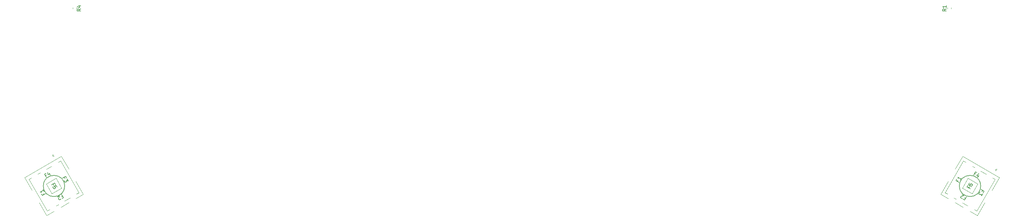
<source format=gbr>
G04 #@! TF.GenerationSoftware,KiCad,Pcbnew,(5.1.6)-1*
G04 #@! TF.CreationDate,2020-09-26T10:30:12+08:00*
G04 #@! TF.ProjectId,Cantaloupe,43616e74-616c-46f7-9570-652e6b696361,rev?*
G04 #@! TF.SameCoordinates,Original*
G04 #@! TF.FileFunction,Legend,Top*
G04 #@! TF.FilePolarity,Positive*
%FSLAX46Y46*%
G04 Gerber Fmt 4.6, Leading zero omitted, Abs format (unit mm)*
G04 Created by KiCad (PCBNEW (5.1.6)-1) date 2020-09-26 10:30:12*
%MOMM*%
%LPD*%
G01*
G04 APERTURE LIST*
%ADD10C,0.120000*%
%ADD11C,0.150000*%
G04 APERTURE END LIST*
D10*
X338823680Y-139905641D02*
G75*
G03*
X338823680Y-139905641I-3000000J0D01*
G01*
X331714130Y-135223590D02*
X333764130Y-131672886D01*
X341933230Y-141123590D02*
X343983230Y-137572886D01*
X342974384Y-135720258D02*
X342864577Y-135310450D01*
X342864577Y-135310450D02*
X343274384Y-135200643D01*
X339933230Y-144587692D02*
X337883230Y-148138396D01*
X343274384Y-135200643D02*
X342974384Y-135720258D01*
X343983230Y-137572886D02*
X333764130Y-131672886D01*
X337883230Y-148138396D02*
X335804769Y-146938396D01*
X327664130Y-142238396D02*
X329714130Y-138687692D01*
X333899513Y-145838396D02*
X331647847Y-144538396D01*
X329742591Y-143438396D02*
X327664130Y-142238396D01*
X336256693Y-140155641D02*
X335390667Y-139655641D01*
X336073680Y-139472628D02*
X335573680Y-140338654D01*
X84330309Y-139905643D02*
G75*
G03*
X84330309Y-139905643I-3000000J0D01*
G01*
X75220759Y-141123592D02*
X73170759Y-137572888D01*
X85439859Y-135223592D02*
X83389859Y-131672888D01*
X81281013Y-131620260D02*
X80871206Y-131510452D01*
X80871206Y-131510452D02*
X80981013Y-131100645D01*
X87439859Y-138687694D02*
X89489859Y-142238398D01*
X80981013Y-131100645D02*
X81281013Y-131620260D01*
X83389859Y-131672888D02*
X73170759Y-137572888D01*
X89489859Y-142238398D02*
X87411398Y-143438398D01*
X79270759Y-148138398D02*
X77220759Y-144587694D01*
X85506142Y-144538398D02*
X83254476Y-145838398D01*
X81349220Y-146938398D02*
X79270759Y-148138398D01*
X81763322Y-139655643D02*
X80897296Y-140155643D01*
X81080309Y-139472630D02*
X81580309Y-140338656D01*
X83197039Y-132938913D02*
X88297039Y-141772373D01*
X82504218Y-133338913D02*
X83197039Y-132938913D01*
X79463579Y-146872373D02*
X74363579Y-138038913D01*
X80685565Y-134388913D02*
X79213322Y-135238913D01*
X77481271Y-136238913D02*
X76875053Y-136588913D01*
X75056400Y-137638913D02*
X74363579Y-138038913D01*
X82581271Y-145072373D02*
X81975053Y-145422373D01*
X85785565Y-143222373D02*
X84313322Y-144072373D01*
X80156400Y-146472373D02*
X79463579Y-146872373D01*
X87604218Y-142172373D02*
X88297039Y-141772373D01*
X81906799Y-137754153D02*
X79178819Y-139329153D01*
X81906799Y-137754153D02*
X83481799Y-140482133D01*
X80753819Y-142057133D02*
X83481799Y-140482133D01*
X80753819Y-142057133D02*
X79178819Y-139329153D01*
X84230309Y-139905643D02*
G75*
G03*
X84230309Y-139905643I-2900000J0D01*
G01*
X342790410Y-138038911D02*
X337690410Y-146872371D01*
X342097589Y-137638911D02*
X342790410Y-138038911D01*
X328856950Y-141772371D02*
X333956950Y-132938911D01*
X340278936Y-136588911D02*
X338806693Y-135738911D01*
X337074642Y-134738911D02*
X336468424Y-134388911D01*
X334649771Y-133338911D02*
X333956950Y-132938911D01*
X331974642Y-143572371D02*
X331368424Y-143222371D01*
X335178936Y-145422371D02*
X333706693Y-144572371D01*
X329549771Y-142172371D02*
X328856950Y-141772371D01*
X336997589Y-146472371D02*
X337690410Y-146872371D01*
X337975170Y-139329151D02*
X335247190Y-137754151D01*
X337975170Y-139329151D02*
X336400170Y-142057131D01*
X333672190Y-140482131D02*
X336400170Y-142057131D01*
X333672190Y-140482131D02*
X335247190Y-137754151D01*
X338723680Y-139905641D02*
G75*
G03*
X338723680Y-139905641I-2900000J0D01*
G01*
X87561395Y-90262436D02*
X87561395Y-90604970D01*
X86541395Y-90262436D02*
X86541395Y-90604970D01*
X330612598Y-90262434D02*
X330612598Y-90604968D01*
X329592598Y-90262434D02*
X329592598Y-90604968D01*
D11*
X81225501Y-139581253D02*
X81058834Y-139292578D01*
X80605202Y-139554483D02*
X81471227Y-139054483D01*
X81709322Y-139466876D01*
X82137894Y-140209183D02*
X81899799Y-139796790D01*
X81463596Y-139993646D01*
X81528645Y-140011076D01*
X81617503Y-140069745D01*
X81736551Y-140275942D01*
X81742931Y-140382230D01*
X81725501Y-140447278D01*
X81666832Y-140536137D01*
X81460635Y-140655184D01*
X81354347Y-140661564D01*
X81289298Y-140644134D01*
X81200440Y-140585465D01*
X81081392Y-140379269D01*
X81075013Y-140272981D01*
X81092442Y-140207932D01*
X79205919Y-136892759D02*
X78917244Y-137059426D01*
X79179149Y-137513058D02*
X78679149Y-136647033D01*
X79091542Y-136408938D01*
X79959277Y-136292851D02*
X80292610Y-136870201D01*
X79562604Y-136081984D02*
X79713550Y-136819621D01*
X80249661Y-136510097D01*
X84343192Y-137781253D02*
X84176525Y-137492578D01*
X83722893Y-137754483D02*
X84588918Y-137254483D01*
X84827013Y-137666876D01*
X84969871Y-137914312D02*
X85279394Y-138450423D01*
X84782813Y-138352224D01*
X84854242Y-138475942D01*
X84860622Y-138582230D01*
X84843192Y-138647278D01*
X84784523Y-138736137D01*
X84578326Y-138855184D01*
X84472038Y-138861564D01*
X84406989Y-138844134D01*
X84318131Y-138785465D01*
X84175274Y-138538030D01*
X84168894Y-138431741D01*
X84186324Y-138366693D01*
X83454698Y-142918526D02*
X83743373Y-142751859D01*
X83481468Y-142298227D02*
X83981468Y-143164252D01*
X83569075Y-143402347D01*
X83232781Y-143486535D02*
X83215351Y-143551584D01*
X83156682Y-143640443D01*
X82950486Y-143759490D01*
X82844198Y-143765870D01*
X82779149Y-143748440D01*
X82690290Y-143689771D01*
X82642671Y-143607293D01*
X82612482Y-143459765D01*
X82821639Y-142679179D01*
X82285528Y-142988703D01*
X78317425Y-142030032D02*
X78484092Y-142318707D01*
X78937724Y-142056802D02*
X78071699Y-142556802D01*
X77833604Y-142144409D01*
X78247248Y-140860862D02*
X78532962Y-141355734D01*
X78390105Y-141108298D02*
X77524080Y-141608298D01*
X77695417Y-141619348D01*
X77825514Y-141654208D01*
X77914373Y-141712877D01*
X335595154Y-140158601D02*
X335428487Y-140447276D01*
X335882120Y-140709181D02*
X335016094Y-140209181D01*
X335254189Y-139796788D01*
X335682761Y-139054481D02*
X335444666Y-139466874D01*
X335833249Y-139746208D01*
X335815819Y-139681159D01*
X335822199Y-139574871D01*
X335941247Y-139368675D01*
X336030105Y-139310006D01*
X336095154Y-139292576D01*
X336201442Y-139298956D01*
X336407639Y-139418003D01*
X336466308Y-139506862D01*
X336483737Y-139571910D01*
X336477358Y-139678199D01*
X336358310Y-139884395D01*
X336269452Y-139943064D01*
X336204403Y-139960494D01*
X337370719Y-136559424D02*
X337082044Y-136392757D01*
X336820139Y-136846390D02*
X337320139Y-135980364D01*
X337732532Y-136218459D01*
X338266933Y-136911896D02*
X337933600Y-137489247D01*
X338251213Y-136462934D02*
X337687874Y-136962476D01*
X338223985Y-137272000D01*
X339169896Y-141452680D02*
X339336563Y-141164005D01*
X338882930Y-140902100D02*
X339748956Y-141402100D01*
X339510861Y-141814493D01*
X339368003Y-142061929D02*
X339058480Y-142598040D01*
X338895232Y-142118888D01*
X338823803Y-142242606D01*
X338734945Y-142301275D01*
X338669896Y-142318705D01*
X338563608Y-142312325D01*
X338357411Y-142193278D01*
X338298742Y-142104419D01*
X338281313Y-142039371D01*
X338287692Y-141933082D01*
X338430549Y-141685647D01*
X338519408Y-141626977D01*
X338584457Y-141609548D01*
X334276640Y-143251857D02*
X334565315Y-143418524D01*
X334827220Y-142964891D02*
X334327220Y-143830917D01*
X333914827Y-143592822D01*
X333673771Y-143343676D02*
X333608722Y-143361106D01*
X333502434Y-143354726D01*
X333296238Y-143235679D01*
X333237569Y-143146820D01*
X333220139Y-143081772D01*
X333226518Y-142975483D01*
X333274138Y-142893005D01*
X333386805Y-142793096D01*
X334167391Y-142583939D01*
X333631280Y-142274415D01*
X332477463Y-138358601D02*
X332310796Y-138647276D01*
X332764429Y-138909181D02*
X331898403Y-138409181D01*
X332136498Y-137996788D01*
X333454905Y-137713241D02*
X333169190Y-138208113D01*
X333312048Y-137960677D02*
X332446022Y-137460677D01*
X332522121Y-137614584D01*
X332556981Y-137744682D01*
X332550601Y-137850970D01*
X88773775Y-90600369D02*
X88297585Y-90933703D01*
X88773775Y-91171798D02*
X87773775Y-91171798D01*
X87773775Y-90790845D01*
X87821395Y-90695607D01*
X87869014Y-90647988D01*
X87964252Y-90600369D01*
X88107109Y-90600369D01*
X88202347Y-90647988D01*
X88249966Y-90695607D01*
X88297585Y-90790845D01*
X88297585Y-91171798D01*
X88107109Y-89743226D02*
X88773775Y-89743226D01*
X87726156Y-89981322D02*
X88440442Y-90219417D01*
X88440442Y-89600369D01*
X329208781Y-90600362D02*
X328732591Y-90933696D01*
X329208781Y-91171791D02*
X328208781Y-91171791D01*
X328208781Y-90790838D01*
X328256401Y-90695600D01*
X328304020Y-90647981D01*
X328399258Y-90600362D01*
X328542115Y-90600362D01*
X328637353Y-90647981D01*
X328684972Y-90695600D01*
X328732591Y-90790838D01*
X328732591Y-91171791D01*
X329208781Y-89647981D02*
X329208781Y-90219410D01*
X329208781Y-89933696D02*
X328208781Y-89933696D01*
X328351639Y-90028934D01*
X328446877Y-90124172D01*
X328494496Y-90219410D01*
M02*

</source>
